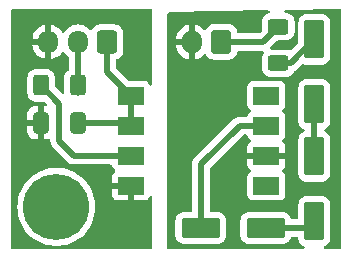
<source format=gbr>
%TF.GenerationSoftware,KiCad,Pcbnew,7.0.7-7.0.7~ubuntu22.04.1*%
%TF.CreationDate,2024-11-14T09:30:22+02:00*%
%TF.ProjectId,EncoderInterface,456e636f-6465-4724-996e-746572666163,rev?*%
%TF.SameCoordinates,PX7e46bbcPY55e586c*%
%TF.FileFunction,Copper,L2,Bot*%
%TF.FilePolarity,Positive*%
%FSLAX46Y46*%
G04 Gerber Fmt 4.6, Leading zero omitted, Abs format (unit mm)*
G04 Created by KiCad (PCBNEW 7.0.7-7.0.7~ubuntu22.04.1) date 2024-11-14 09:30:22*
%MOMM*%
%LPD*%
G01*
G04 APERTURE LIST*
G04 Aperture macros list*
%AMRoundRect*
0 Rectangle with rounded corners*
0 $1 Rounding radius*
0 $2 $3 $4 $5 $6 $7 $8 $9 X,Y pos of 4 corners*
0 Add a 4 corners polygon primitive as box body*
4,1,4,$2,$3,$4,$5,$6,$7,$8,$9,$2,$3,0*
0 Add four circle primitives for the rounded corners*
1,1,$1+$1,$2,$3*
1,1,$1+$1,$4,$5*
1,1,$1+$1,$6,$7*
1,1,$1+$1,$8,$9*
0 Add four rect primitives between the rounded corners*
20,1,$1+$1,$2,$3,$4,$5,0*
20,1,$1+$1,$4,$5,$6,$7,0*
20,1,$1+$1,$6,$7,$8,$9,0*
20,1,$1+$1,$8,$9,$2,$3,0*%
G04 Aperture macros list end*
%TA.AperFunction,SMDPad,CuDef*%
%ADD10R,2.219198X1.500000*%
%TD*%
%TA.AperFunction,ComponentPad*%
%ADD11RoundRect,0.250000X0.600000X0.725000X-0.600000X0.725000X-0.600000X-0.725000X0.600000X-0.725000X0*%
%TD*%
%TA.AperFunction,ComponentPad*%
%ADD12O,1.700000X1.950000*%
%TD*%
%TA.AperFunction,ComponentPad*%
%ADD13RoundRect,0.250000X0.600000X0.750000X-0.600000X0.750000X-0.600000X-0.750000X0.600000X-0.750000X0*%
%TD*%
%TA.AperFunction,ComponentPad*%
%ADD14O,1.700000X2.000000*%
%TD*%
%TA.AperFunction,ComponentPad*%
%ADD15C,5.600000*%
%TD*%
%TA.AperFunction,SMDPad,CuDef*%
%ADD16RoundRect,0.250000X0.600000X-1.400000X0.600000X1.400000X-0.600000X1.400000X-0.600000X-1.400000X0*%
%TD*%
%TA.AperFunction,SMDPad,CuDef*%
%ADD17RoundRect,0.250000X-0.625000X0.400000X-0.625000X-0.400000X0.625000X-0.400000X0.625000X0.400000X0*%
%TD*%
%TA.AperFunction,SMDPad,CuDef*%
%ADD18RoundRect,0.250000X-1.400000X-0.600000X1.400000X-0.600000X1.400000X0.600000X-1.400000X0.600000X0*%
%TD*%
%TA.AperFunction,SMDPad,CuDef*%
%ADD19RoundRect,0.250000X0.412500X0.650000X-0.412500X0.650000X-0.412500X-0.650000X0.412500X-0.650000X0*%
%TD*%
%TA.AperFunction,SMDPad,CuDef*%
%ADD20RoundRect,0.250000X-0.400000X-0.625000X0.400000X-0.625000X0.400000X0.625000X-0.400000X0.625000X0*%
%TD*%
%TA.AperFunction,Conductor*%
%ADD21C,0.500000*%
%TD*%
%TA.AperFunction,Conductor*%
%ADD22C,0.250000*%
%TD*%
G04 APERTURE END LIST*
D10*
%TO.P,U1,1,NC*%
%TO.N,unconnected-(U1-NC-Pad1)*%
X21600000Y12980000D03*
%TO.P,U1,2,+VF*%
%TO.N,Net-(D3-K)*%
X21600000Y10440000D03*
%TO.P,U1,3,-VF*%
%TO.N,PULSE_GND*%
X21600000Y7900000D03*
%TO.P,U1,4,NC*%
%TO.N,unconnected-(U1-NC-Pad4)*%
X21600000Y5360000D03*
%TO.P,U1,5,GND*%
%TO.N,GND*%
X10120800Y5360000D03*
%TO.P,U1,6,VO*%
%TO.N,Net-(U1-VO)*%
X10120800Y7900000D03*
%TO.P,U1,7,VE*%
%TO.N,5V*%
X10120800Y10440000D03*
%TO.P,U1,8,VCC*%
X10120800Y12980000D03*
%TD*%
D11*
%TO.P,J2,1,Pin_1*%
%TO.N,5V*%
X8128000Y17526000D03*
D12*
%TO.P,J2,2,Pin_2*%
%TO.N,{slash}SIGNAL_OPENDRAIN*%
X5628000Y17526000D03*
%TO.P,J2,3,Pin_3*%
%TO.N,GND*%
X3128000Y17526000D03*
%TD*%
D13*
%TO.P,J1,1,Pin_1*%
%TO.N,PULSE_IN*%
X17780000Y17526000D03*
D14*
%TO.P,J1,2,Pin_2*%
%TO.N,PULSE_GND*%
X15280000Y17526000D03*
%TD*%
D15*
%TO.P,REF\u002A\u002A,1*%
%TO.N,N/C*%
X3810000Y3556000D03*
%TD*%
D16*
%TO.P,D2,1,K*%
%TO.N,Net-(D2-K)*%
X25654000Y2330000D03*
%TO.P,D2,2,A*%
%TO.N,Net-(D1-K)*%
X25654000Y7830000D03*
%TD*%
D17*
%TO.P,R3,1*%
%TO.N,PULSE_IN*%
X22606000Y18822000D03*
%TO.P,R3,2*%
%TO.N,Net-(D1-A)*%
X22606000Y15722000D03*
%TD*%
D16*
%TO.P,D1,1,K*%
%TO.N,Net-(D1-K)*%
X25654000Y12236000D03*
%TO.P,D1,2,A*%
%TO.N,Net-(D1-A)*%
X25654000Y17736000D03*
%TD*%
D18*
%TO.P,D3,1,K*%
%TO.N,Net-(D3-K)*%
X16046000Y1778000D03*
%TO.P,D3,2,A*%
%TO.N,Net-(D2-K)*%
X21546000Y1778000D03*
%TD*%
D19*
%TO.P,C1,1*%
%TO.N,5V*%
X5626500Y10668000D03*
%TO.P,C1,2*%
%TO.N,GND*%
X2501500Y10668000D03*
%TD*%
D20*
%TO.P,R6,1*%
%TO.N,Net-(U1-VO)*%
X2514000Y13843000D03*
%TO.P,R6,2*%
%TO.N,{slash}SIGNAL_OPENDRAIN*%
X5614000Y13843000D03*
%TD*%
D21*
%TO.N,5V*%
X9892800Y10668000D02*
X5626500Y10668000D01*
X8128000Y17018000D02*
X8128000Y14972800D01*
X8128000Y14972800D02*
X10120800Y12980000D01*
X10120800Y10440000D02*
X9892800Y10668000D01*
X10120800Y12980000D02*
X10120800Y10440000D01*
%TO.N,GND*%
X10094800Y5334000D02*
X10120800Y5360000D01*
D22*
%TO.N,Net-(D1-K)*%
X25934000Y13444000D02*
X25908000Y13418000D01*
D21*
X25654000Y7830000D02*
X25654000Y12236000D01*
%TO.N,Net-(D1-A)*%
X22606000Y15722000D02*
X23640000Y15722000D01*
X23640000Y15722000D02*
X25654000Y17736000D01*
%TO.N,Net-(D2-K)*%
X21546000Y1778000D02*
X25102000Y1778000D01*
X25102000Y1778000D02*
X25654000Y2330000D01*
%TO.N,Net-(D3-K)*%
X16046000Y1778000D02*
X16046000Y7156000D01*
X19330000Y10440000D02*
X21600000Y10440000D01*
X16046000Y7156000D02*
X19330000Y10440000D01*
%TO.N,PULSE_IN*%
X22606000Y18822000D02*
X21310000Y17526000D01*
X21310000Y17526000D02*
X17780000Y17526000D01*
%TO.N,{slash}SIGNAL_OPENDRAIN*%
X5614000Y17004000D02*
X5628000Y17018000D01*
X5628000Y13222000D02*
X5614000Y13236000D01*
X5614000Y13236000D02*
X5614000Y17004000D01*
%TO.N,Net-(U1-VO)*%
X4064000Y9144000D02*
X4064000Y12293000D01*
X10120800Y7900000D02*
X5308000Y7900000D01*
X4064000Y12293000D02*
X2514000Y13843000D01*
X5308000Y7900000D02*
X4064000Y9144000D01*
%TD*%
%TA.AperFunction,Conductor*%
%TO.N,PULSE_GND*%
G36*
X27880376Y20296466D02*
G01*
X27927209Y20244616D01*
X27939500Y20190791D01*
X27939500Y124500D01*
X27919815Y57461D01*
X27867011Y11706D01*
X27815500Y500D01*
X26603344Y500D01*
X26536305Y20185D01*
X26490550Y72989D01*
X26480606Y142147D01*
X26509631Y205703D01*
X26564337Y242205D01*
X26573334Y245186D01*
X26722656Y337288D01*
X26846712Y461344D01*
X26938814Y610666D01*
X26993999Y777203D01*
X27004500Y879991D01*
X27004499Y3780008D01*
X26993999Y3882797D01*
X26938814Y4049334D01*
X26846712Y4198656D01*
X26722656Y4322712D01*
X26573334Y4414814D01*
X26406797Y4469999D01*
X26406795Y4470000D01*
X26304010Y4480500D01*
X25003998Y4480500D01*
X25003981Y4480499D01*
X24901203Y4470000D01*
X24901200Y4469999D01*
X24734668Y4414815D01*
X24734663Y4414813D01*
X24585342Y4322711D01*
X24461289Y4198658D01*
X24369187Y4049337D01*
X24369185Y4049334D01*
X24369186Y4049334D01*
X24314001Y3882797D01*
X24314001Y3882796D01*
X24314000Y3882796D01*
X24303500Y3780017D01*
X24303500Y2652500D01*
X24283815Y2585461D01*
X24231011Y2539706D01*
X24179500Y2528500D01*
X23776301Y2528500D01*
X23709262Y2548185D01*
X23663507Y2600989D01*
X23658595Y2613496D01*
X23630814Y2697334D01*
X23538712Y2846656D01*
X23414656Y2970712D01*
X23265334Y3062814D01*
X23098797Y3117999D01*
X23098795Y3118000D01*
X22996010Y3128500D01*
X20095998Y3128500D01*
X20095981Y3128499D01*
X19993203Y3118000D01*
X19993200Y3117999D01*
X19826668Y3062815D01*
X19826663Y3062813D01*
X19677342Y2970711D01*
X19553289Y2846658D01*
X19461187Y2697337D01*
X19461185Y2697334D01*
X19461186Y2697334D01*
X19406001Y2530797D01*
X19406001Y2530796D01*
X19406000Y2530796D01*
X19395500Y2428017D01*
X19395500Y1127999D01*
X19395501Y1127982D01*
X19406000Y1025204D01*
X19406001Y1025201D01*
X19461185Y858669D01*
X19461186Y858666D01*
X19553288Y709344D01*
X19677344Y585288D01*
X19826666Y493186D01*
X19993203Y438001D01*
X20095991Y427500D01*
X22996008Y427501D01*
X23098797Y438001D01*
X23265334Y493186D01*
X23414656Y585288D01*
X23538712Y709344D01*
X23630814Y858666D01*
X23658595Y942505D01*
X23698368Y999949D01*
X23762884Y1026772D01*
X23776301Y1027500D01*
X24179501Y1027500D01*
X24246540Y1007815D01*
X24292295Y955011D01*
X24303501Y903500D01*
X24303501Y879982D01*
X24314000Y777204D01*
X24314001Y777201D01*
X24369185Y610669D01*
X24369186Y610666D01*
X24461288Y461344D01*
X24585344Y337288D01*
X24734666Y245186D01*
X24743662Y242205D01*
X24801106Y202433D01*
X24827928Y137917D01*
X24815613Y69141D01*
X24768069Y17941D01*
X24704656Y500D01*
X13332000Y500D01*
X13264961Y20185D01*
X13219206Y72989D01*
X13208000Y124500D01*
X13208000Y1127999D01*
X13895500Y1127999D01*
X13895501Y1127982D01*
X13906000Y1025204D01*
X13906001Y1025201D01*
X13961185Y858669D01*
X13961186Y858666D01*
X14053288Y709344D01*
X14177344Y585288D01*
X14326666Y493186D01*
X14493203Y438001D01*
X14595991Y427500D01*
X17496008Y427501D01*
X17598797Y438001D01*
X17765334Y493186D01*
X17914656Y585288D01*
X18038712Y709344D01*
X18130814Y858666D01*
X18185999Y1025203D01*
X18196500Y1127991D01*
X18196499Y2428008D01*
X18185999Y2530797D01*
X18130814Y2697334D01*
X18038712Y2846656D01*
X17914656Y2970712D01*
X17765334Y3062814D01*
X17598797Y3117999D01*
X17598795Y3118000D01*
X17496016Y3128500D01*
X17496009Y3128500D01*
X16920500Y3128500D01*
X16853461Y3148185D01*
X16807706Y3200989D01*
X16796500Y3252500D01*
X16796500Y4562130D01*
X19989901Y4562130D01*
X19989902Y4562124D01*
X19996309Y4502517D01*
X20046603Y4367672D01*
X20046607Y4367665D01*
X20132853Y4252456D01*
X20132856Y4252453D01*
X20248065Y4166207D01*
X20248072Y4166203D01*
X20382918Y4115909D01*
X20382917Y4115909D01*
X20389845Y4115165D01*
X20442528Y4109500D01*
X22757471Y4109501D01*
X22817082Y4115909D01*
X22951930Y4166204D01*
X23067145Y4252454D01*
X23153395Y4367669D01*
X23203690Y4502517D01*
X23210099Y4562127D01*
X23210098Y6157872D01*
X23203690Y6217483D01*
X23153395Y6352331D01*
X23153394Y6352332D01*
X23153392Y6352336D01*
X23132683Y6379999D01*
X24303500Y6379999D01*
X24303501Y6379982D01*
X24314000Y6277204D01*
X24314001Y6277201D01*
X24333790Y6217484D01*
X24369186Y6110666D01*
X24461288Y5961344D01*
X24585344Y5837288D01*
X24734666Y5745186D01*
X24901203Y5690001D01*
X25003991Y5679500D01*
X26304008Y5679501D01*
X26406797Y5690001D01*
X26573334Y5745186D01*
X26722656Y5837288D01*
X26846712Y5961344D01*
X26938814Y6110666D01*
X26993999Y6277203D01*
X27004500Y6379991D01*
X27004499Y9280008D01*
X26993999Y9382797D01*
X26938814Y9549334D01*
X26846712Y9698656D01*
X26722656Y9822712D01*
X26573334Y9914814D01*
X26573333Y9914815D01*
X26573327Y9914817D01*
X26571871Y9915299D01*
X26571003Y9915900D01*
X26566791Y9917864D01*
X26567126Y9918585D01*
X26514431Y9955078D01*
X26487615Y10019597D01*
X26499937Y10088371D01*
X26547485Y10139566D01*
X26571887Y10150707D01*
X26573334Y10151186D01*
X26722656Y10243288D01*
X26846712Y10367344D01*
X26938814Y10516666D01*
X26993999Y10683203D01*
X27004500Y10785991D01*
X27004499Y13686008D01*
X26995114Y13777877D01*
X26993999Y13788797D01*
X26993998Y13788800D01*
X26977866Y13837483D01*
X26938814Y13955334D01*
X26846712Y14104656D01*
X26722656Y14228712D01*
X26573334Y14320814D01*
X26406797Y14375999D01*
X26406795Y14376000D01*
X26304010Y14386500D01*
X25003998Y14386500D01*
X25003981Y14386499D01*
X24901203Y14376000D01*
X24901200Y14375999D01*
X24734668Y14320815D01*
X24734663Y14320813D01*
X24585342Y14228711D01*
X24461289Y14104658D01*
X24369187Y13955337D01*
X24369185Y13955334D01*
X24369186Y13955334D01*
X24314001Y13788797D01*
X24314001Y13788796D01*
X24314000Y13788796D01*
X24303500Y13686017D01*
X24303500Y10785999D01*
X24303501Y10785982D01*
X24314000Y10683204D01*
X24314001Y10683201D01*
X24369185Y10516669D01*
X24369186Y10516666D01*
X24461288Y10367344D01*
X24585344Y10243288D01*
X24734666Y10151186D01*
X24736109Y10150708D01*
X24736967Y10150114D01*
X24741209Y10148136D01*
X24740871Y10147412D01*
X24793554Y10110942D01*
X24820382Y10046428D01*
X24808072Y9977651D01*
X24760533Y9926447D01*
X24736132Y9915301D01*
X24734679Y9914820D01*
X24734663Y9914813D01*
X24585342Y9822711D01*
X24461289Y9698658D01*
X24369187Y9549337D01*
X24369185Y9549334D01*
X24369186Y9549334D01*
X24314001Y9382797D01*
X24314001Y9382796D01*
X24314000Y9382796D01*
X24303500Y9280017D01*
X24303500Y6379999D01*
X23132683Y6379999D01*
X23067146Y6467545D01*
X22982319Y6531047D01*
X22940449Y6586981D01*
X22935465Y6656672D01*
X22968951Y6717995D01*
X22982321Y6729580D01*
X23066788Y6792812D01*
X23066789Y6792813D01*
X23152949Y6907907D01*
X23152953Y6907914D01*
X23203195Y7042621D01*
X23203197Y7042628D01*
X23209598Y7102156D01*
X23209599Y7102173D01*
X23209599Y7650000D01*
X19990401Y7650000D01*
X19990401Y7102156D01*
X19996802Y7042628D01*
X19996804Y7042621D01*
X20047046Y6907914D01*
X20047050Y6907907D01*
X20133209Y6792814D01*
X20217679Y6729580D01*
X20259550Y6673646D01*
X20264534Y6603954D01*
X20231049Y6542631D01*
X20217680Y6531047D01*
X20132853Y6467545D01*
X20046607Y6352336D01*
X20046603Y6352329D01*
X19996309Y6217483D01*
X19989902Y6157884D01*
X19989902Y6157877D01*
X19989901Y6157865D01*
X19989901Y4562130D01*
X16796500Y4562130D01*
X16796500Y6793771D01*
X16816185Y6860810D01*
X16832819Y6881452D01*
X19604548Y9653181D01*
X19665871Y9686666D01*
X19692229Y9689500D01*
X19873424Y9689500D01*
X19940463Y9669815D01*
X19986218Y9617011D01*
X19993667Y9589866D01*
X19994525Y9590068D01*
X19996308Y9582521D01*
X20046603Y9447672D01*
X20046607Y9447665D01*
X20132853Y9332456D01*
X20132856Y9332453D01*
X20217679Y9268954D01*
X20259550Y9213021D01*
X20264534Y9143329D01*
X20231048Y9082006D01*
X20217680Y9070422D01*
X20133210Y9007188D01*
X20047050Y8892094D01*
X20047046Y8892087D01*
X19996804Y8757380D01*
X19996802Y8757373D01*
X19990401Y8697845D01*
X19990401Y8150000D01*
X23209599Y8150000D01*
X23209599Y8697828D01*
X23209598Y8697845D01*
X23203197Y8757373D01*
X23203195Y8757380D01*
X23152953Y8892087D01*
X23152949Y8892094D01*
X23066789Y9007187D01*
X22982320Y9070421D01*
X22940449Y9126355D01*
X22935465Y9196047D01*
X22968950Y9257370D01*
X22982311Y9268948D01*
X23067145Y9332454D01*
X23153395Y9447669D01*
X23203690Y9582517D01*
X23210099Y9642127D01*
X23210098Y11237872D01*
X23203690Y11297483D01*
X23153395Y11432331D01*
X23153394Y11432332D01*
X23153392Y11432336D01*
X23067146Y11547545D01*
X22982736Y11610735D01*
X22940866Y11666669D01*
X22935882Y11736361D01*
X22969368Y11797683D01*
X22982728Y11809260D01*
X23067145Y11872454D01*
X23153395Y11987669D01*
X23203690Y12122517D01*
X23210099Y12182127D01*
X23210098Y13777872D01*
X23203690Y13837483D01*
X23159734Y13955334D01*
X23153396Y13972329D01*
X23153392Y13972336D01*
X23067146Y14087545D01*
X23067143Y14087548D01*
X22951934Y14173794D01*
X22951927Y14173798D01*
X22817081Y14224092D01*
X22817082Y14224092D01*
X22757482Y14230499D01*
X22757480Y14230500D01*
X22757472Y14230500D01*
X22757463Y14230500D01*
X20442530Y14230500D01*
X20442524Y14230499D01*
X20382917Y14224092D01*
X20248072Y14173798D01*
X20248065Y14173794D01*
X20132856Y14087548D01*
X20132853Y14087545D01*
X20046607Y13972336D01*
X20046603Y13972329D01*
X19996309Y13837483D01*
X19991075Y13788797D01*
X19989902Y13777877D01*
X19989901Y13777865D01*
X19989901Y12182130D01*
X19989902Y12182124D01*
X19996309Y12122517D01*
X20046603Y11987672D01*
X20046607Y11987665D01*
X20132853Y11872456D01*
X20132856Y11872453D01*
X20217262Y11809266D01*
X20259133Y11753332D01*
X20264117Y11683641D01*
X20230631Y11622318D01*
X20217262Y11610734D01*
X20132856Y11547548D01*
X20132853Y11547545D01*
X20046607Y11432336D01*
X20046603Y11432329D01*
X19996309Y11297483D01*
X19994527Y11289938D01*
X19992254Y11290475D01*
X19969972Y11236688D01*
X19912578Y11196843D01*
X19873425Y11190500D01*
X19393705Y11190500D01*
X19375735Y11191809D01*
X19351972Y11195290D01*
X19306890Y11191345D01*
X19299933Y11190736D01*
X19294532Y11190500D01*
X19286288Y11190500D01*
X19253707Y11186692D01*
X19177199Y11179999D01*
X19170133Y11178539D01*
X19170121Y11178596D01*
X19162754Y11176962D01*
X19162768Y11176906D01*
X19155751Y11175244D01*
X19083573Y11148974D01*
X19010662Y11124813D01*
X19004119Y11121762D01*
X19004094Y11121814D01*
X18997310Y11118530D01*
X18997336Y11118479D01*
X18990885Y11115239D01*
X18926723Y11073039D01*
X18861346Y11032715D01*
X18855682Y11028235D01*
X18855646Y11028281D01*
X18849798Y11023516D01*
X18849835Y11023472D01*
X18844310Y11018836D01*
X18791614Y10962983D01*
X15560358Y7731728D01*
X15546729Y7719949D01*
X15527468Y7705610D01*
X15493898Y7665603D01*
X15490253Y7661624D01*
X15484409Y7655778D01*
X15464059Y7630041D01*
X15414695Y7571211D01*
X15410729Y7565181D01*
X15410682Y7565212D01*
X15406630Y7558853D01*
X15406679Y7558823D01*
X15402889Y7552679D01*
X15370424Y7483059D01*
X15335960Y7414434D01*
X15333488Y7407643D01*
X15333432Y7407664D01*
X15330960Y7400550D01*
X15331015Y7400531D01*
X15328742Y7393673D01*
X15320974Y7356055D01*
X15313207Y7318435D01*
X15300001Y7262716D01*
X15295498Y7243714D01*
X15294661Y7236546D01*
X15294601Y7236553D01*
X15293835Y7229055D01*
X15293895Y7229049D01*
X15293265Y7221860D01*
X15295500Y7145084D01*
X15295500Y3252500D01*
X15275815Y3185461D01*
X15223011Y3139706D01*
X15171500Y3128500D01*
X14595998Y3128500D01*
X14595980Y3128499D01*
X14493203Y3118000D01*
X14493200Y3117999D01*
X14326668Y3062815D01*
X14326663Y3062813D01*
X14177342Y2970711D01*
X14053289Y2846658D01*
X13961187Y2697337D01*
X13961185Y2697334D01*
X13961186Y2697334D01*
X13906001Y2530797D01*
X13906001Y2530796D01*
X13906000Y2530796D01*
X13895500Y2428017D01*
X13895500Y1127999D01*
X13208000Y1127999D01*
X13208000Y19892286D01*
X13227685Y19959325D01*
X13280489Y20005080D01*
X13329444Y20016260D01*
X21744437Y20189693D01*
X21811867Y20171394D01*
X21858700Y20119544D01*
X21870066Y20050605D01*
X21842357Y19986465D01*
X21785996Y19948013D01*
X21661666Y19906814D01*
X21661663Y19906813D01*
X21512342Y19814711D01*
X21388289Y19690658D01*
X21296187Y19541337D01*
X21296185Y19541334D01*
X21296186Y19541334D01*
X21241001Y19374797D01*
X21241001Y19374796D01*
X21241000Y19374796D01*
X21230500Y19272017D01*
X21230500Y18559231D01*
X21210815Y18492192D01*
X21194185Y18471555D01*
X21035449Y18312818D01*
X20974128Y18279334D01*
X20947770Y18276500D01*
X19247535Y18276500D01*
X19180496Y18296185D01*
X19134741Y18348989D01*
X19124177Y18387898D01*
X19123663Y18392929D01*
X19119999Y18428797D01*
X19064814Y18595334D01*
X18972712Y18744656D01*
X18848656Y18868712D01*
X18699334Y18960814D01*
X18532797Y19015999D01*
X18532795Y19016000D01*
X18430010Y19026500D01*
X17129998Y19026500D01*
X17129981Y19026499D01*
X17027203Y19016000D01*
X17027200Y19015999D01*
X16860668Y18960815D01*
X16860663Y18960813D01*
X16711342Y18868711D01*
X16587288Y18744657D01*
X16587285Y18744653D01*
X16491550Y18589442D01*
X16439602Y18542717D01*
X16370640Y18531496D01*
X16306558Y18559339D01*
X16298331Y18566857D01*
X16151078Y18714109D01*
X15957578Y18849601D01*
X15743492Y18949430D01*
X15743486Y18949433D01*
X15530000Y19006636D01*
X15530000Y18138302D01*
X15510315Y18071263D01*
X15457511Y18025508D01*
X15388355Y18015564D01*
X15315766Y18026000D01*
X15315763Y18026000D01*
X15244237Y18026000D01*
X15244233Y18026000D01*
X15171645Y18015564D01*
X15102487Y18025508D01*
X15049684Y18071264D01*
X15030000Y18138302D01*
X15030000Y19006636D01*
X15029999Y19006636D01*
X14816513Y18949433D01*
X14816507Y18949430D01*
X14602422Y18849601D01*
X14602420Y18849600D01*
X14408926Y18714114D01*
X14408920Y18714109D01*
X14241891Y18547080D01*
X14241886Y18547074D01*
X14106400Y18353580D01*
X14106399Y18353578D01*
X14006570Y18139493D01*
X14006566Y18139484D01*
X13945432Y17911327D01*
X13945430Y17911316D01*
X13933592Y17776001D01*
X13933593Y17776000D01*
X14666653Y17776000D01*
X14733692Y17756315D01*
X14779447Y17703511D01*
X14789391Y17634353D01*
X14785631Y17617067D01*
X14780000Y17597889D01*
X14780000Y17454111D01*
X14783856Y17440978D01*
X14785631Y17434933D01*
X14785630Y17365064D01*
X14747855Y17306286D01*
X14684299Y17277262D01*
X14666653Y17276000D01*
X13933592Y17276000D01*
X13945430Y17140685D01*
X13945432Y17140674D01*
X14006566Y16912517D01*
X14006570Y16912508D01*
X14106399Y16698423D01*
X14106400Y16698421D01*
X14241886Y16504927D01*
X14241891Y16504921D01*
X14408917Y16337895D01*
X14602421Y16202400D01*
X14816507Y16102571D01*
X14816516Y16102567D01*
X15030000Y16045366D01*
X15030000Y16913699D01*
X15049685Y16980738D01*
X15102489Y17026493D01*
X15171647Y17036437D01*
X15244237Y17026000D01*
X15244238Y17026000D01*
X15315762Y17026000D01*
X15315763Y17026000D01*
X15388353Y17036437D01*
X15457512Y17026493D01*
X15510315Y16980738D01*
X15530000Y16913699D01*
X15530000Y16045367D01*
X15743483Y16102567D01*
X15743492Y16102571D01*
X15957577Y16202400D01*
X15957579Y16202401D01*
X16151073Y16337887D01*
X16151079Y16337892D01*
X16298331Y16485143D01*
X16359654Y16518628D01*
X16429346Y16513644D01*
X16485279Y16471772D01*
X16491551Y16462559D01*
X16495186Y16456666D01*
X16587288Y16307344D01*
X16711344Y16183288D01*
X16860666Y16091186D01*
X17027203Y16036001D01*
X17129991Y16025500D01*
X18430008Y16025501D01*
X18532797Y16036001D01*
X18699334Y16091186D01*
X18848656Y16183288D01*
X18972712Y16307344D01*
X19064814Y16456666D01*
X19119999Y16623203D01*
X19124177Y16664104D01*
X19150573Y16728793D01*
X19207753Y16768945D01*
X19247535Y16775500D01*
X21246295Y16775500D01*
X21264265Y16774191D01*
X21288023Y16770711D01*
X21288024Y16770712D01*
X21295167Y16769665D01*
X21294674Y16766303D01*
X21346672Y16749771D01*
X21391243Y16695964D01*
X21399648Y16626601D01*
X21382871Y16581875D01*
X21296189Y16441341D01*
X21296185Y16441334D01*
X21296186Y16441334D01*
X21241001Y16274797D01*
X21241001Y16274796D01*
X21241000Y16274796D01*
X21230500Y16172017D01*
X21230500Y15271999D01*
X21230501Y15271981D01*
X21241000Y15169204D01*
X21241001Y15169201D01*
X21283753Y15040187D01*
X21296186Y15002666D01*
X21388288Y14853344D01*
X21512344Y14729288D01*
X21661666Y14637186D01*
X21828203Y14582001D01*
X21930991Y14571500D01*
X23281008Y14571501D01*
X23383797Y14582001D01*
X23550334Y14637186D01*
X23699656Y14729288D01*
X23823712Y14853344D01*
X23908643Y14991041D01*
X23954087Y15031916D01*
X23953178Y15033389D01*
X23957942Y15036328D01*
X23960218Y15037431D01*
X23960591Y15037765D01*
X23961785Y15038330D01*
X23965886Y15040242D01*
X23965911Y15040187D01*
X23972690Y15043469D01*
X23972663Y15043522D01*
X23979106Y15046760D01*
X23979117Y15046763D01*
X24043283Y15088966D01*
X24108656Y15129288D01*
X24108662Y15129295D01*
X24114325Y15133771D01*
X24114362Y15133723D01*
X24120204Y15138482D01*
X24120164Y15138529D01*
X24125686Y15143164D01*
X24125696Y15143170D01*
X24150255Y15169201D01*
X24178386Y15199018D01*
X24390384Y15411018D01*
X24602385Y15623019D01*
X24663706Y15656502D01*
X24729068Y15653042D01*
X24734662Y15651189D01*
X24734666Y15651186D01*
X24901203Y15596001D01*
X25003991Y15585500D01*
X26304008Y15585501D01*
X26406797Y15596001D01*
X26573334Y15651186D01*
X26722656Y15743288D01*
X26846712Y15867344D01*
X26938814Y16016666D01*
X26993999Y16183203D01*
X27004500Y16285991D01*
X27004499Y19186008D01*
X26993999Y19288797D01*
X26938814Y19455334D01*
X26846712Y19604656D01*
X26722656Y19728712D01*
X26573334Y19820814D01*
X26406797Y19875999D01*
X26406795Y19876000D01*
X26304010Y19886500D01*
X25003998Y19886500D01*
X25003981Y19886499D01*
X24901203Y19876000D01*
X24901200Y19875999D01*
X24734668Y19820815D01*
X24734663Y19820813D01*
X24585342Y19728711D01*
X24461289Y19604658D01*
X24369187Y19455337D01*
X24369185Y19455334D01*
X24369186Y19455334D01*
X24314001Y19288797D01*
X24314001Y19288796D01*
X24314000Y19288796D01*
X24303500Y19186017D01*
X24303500Y17498231D01*
X24283815Y17431192D01*
X24267181Y17410550D01*
X23688868Y16832238D01*
X23627545Y16798753D01*
X23557853Y16803737D01*
X23551174Y16806536D01*
X23493441Y16825667D01*
X23383797Y16861999D01*
X23383795Y16862000D01*
X23281016Y16872500D01*
X22017228Y16872500D01*
X21950189Y16892185D01*
X21904434Y16944989D01*
X21894490Y17014147D01*
X21923515Y17077703D01*
X21929533Y17084167D01*
X22480549Y17635182D01*
X22541872Y17668667D01*
X22568230Y17671501D01*
X23281002Y17671501D01*
X23281008Y17671501D01*
X23383797Y17682001D01*
X23550334Y17737186D01*
X23699656Y17829288D01*
X23823712Y17953344D01*
X23915814Y18102666D01*
X23970999Y18269203D01*
X23981500Y18371991D01*
X23981499Y19272008D01*
X23970999Y19374797D01*
X23915814Y19541334D01*
X23823712Y19690656D01*
X23699656Y19814712D01*
X23583270Y19886499D01*
X23550336Y19906813D01*
X23550331Y19906815D01*
X23548862Y19907302D01*
X23383797Y19961999D01*
X23383795Y19962000D01*
X23281016Y19972500D01*
X23240497Y19972500D01*
X23173458Y19992185D01*
X23127703Y20044989D01*
X23117759Y20114147D01*
X23146784Y20177703D01*
X23205562Y20215477D01*
X23237940Y20220474D01*
X27812947Y20314765D01*
X27880376Y20296466D01*
G37*
%TD.AperFunction*%
%TD*%
%TA.AperFunction,Conductor*%
%TO.N,GND*%
G36*
X11881039Y20299815D02*
G01*
X11926794Y20247011D01*
X11938000Y20195500D01*
X11938000Y13952329D01*
X11918315Y13885290D01*
X11865511Y13839535D01*
X11796353Y13829591D01*
X11732797Y13858616D01*
X11697818Y13908996D01*
X11674196Y13972329D01*
X11674192Y13972336D01*
X11587946Y14087545D01*
X11587943Y14087548D01*
X11472734Y14173794D01*
X11472727Y14173798D01*
X11337881Y14224092D01*
X11337882Y14224092D01*
X11278282Y14230499D01*
X11278280Y14230500D01*
X11278272Y14230500D01*
X11278264Y14230500D01*
X9983029Y14230500D01*
X9915990Y14250185D01*
X9895348Y14266819D01*
X8914819Y15247349D01*
X8881334Y15308672D01*
X8878500Y15335030D01*
X8878500Y15970700D01*
X8898185Y16037739D01*
X8950989Y16083494D01*
X8963482Y16088401D01*
X9047334Y16116186D01*
X9196656Y16208288D01*
X9320712Y16332344D01*
X9412814Y16481666D01*
X9467999Y16648203D01*
X9478500Y16750991D01*
X9478499Y18301008D01*
X9477156Y18314151D01*
X9467999Y18403797D01*
X9467998Y18403800D01*
X9430104Y18518155D01*
X9412814Y18570334D01*
X9320712Y18719656D01*
X9196656Y18843712D01*
X9065786Y18924433D01*
X9047336Y18935813D01*
X9047331Y18935815D01*
X9045862Y18936302D01*
X8880797Y18990999D01*
X8880795Y18991000D01*
X8778010Y19001500D01*
X7477998Y19001500D01*
X7477981Y19001499D01*
X7375203Y18991000D01*
X7375200Y18990999D01*
X7208668Y18935815D01*
X7208663Y18935813D01*
X7059342Y18843711D01*
X6935289Y18719658D01*
X6839821Y18564879D01*
X6787873Y18518155D01*
X6718910Y18506932D01*
X6654828Y18534776D01*
X6646601Y18542295D01*
X6499402Y18689494D01*
X6499395Y18689499D01*
X6305834Y18825033D01*
X6305830Y18825035D01*
X6265777Y18843712D01*
X6091663Y18924903D01*
X6091659Y18924904D01*
X6091655Y18924906D01*
X5863413Y18986062D01*
X5863403Y18986064D01*
X5628001Y19006659D01*
X5627999Y19006659D01*
X5392596Y18986064D01*
X5392586Y18986062D01*
X5164344Y18924906D01*
X5164335Y18924902D01*
X4950171Y18825036D01*
X4950169Y18825035D01*
X4756597Y18689495D01*
X4589508Y18522406D01*
X4479269Y18364968D01*
X4424692Y18321344D01*
X4355193Y18314151D01*
X4292839Y18345673D01*
X4276119Y18364969D01*
X4166113Y18522074D01*
X4166108Y18522080D01*
X3999082Y18689106D01*
X3805578Y18824601D01*
X3591492Y18924430D01*
X3591486Y18924433D01*
X3378000Y18981636D01*
X3378000Y18113044D01*
X3358315Y18046005D01*
X3305511Y18000250D01*
X3236353Y17990306D01*
X3210064Y17994086D01*
X3161975Y18001000D01*
X3094025Y18001000D01*
X3019647Y17990306D01*
X2950488Y18000250D01*
X2897684Y18046005D01*
X2878000Y18113044D01*
X2878000Y18981636D01*
X2877999Y18981636D01*
X2664513Y18924433D01*
X2664507Y18924430D01*
X2450422Y18824601D01*
X2450420Y18824600D01*
X2256926Y18689114D01*
X2256920Y18689109D01*
X2089891Y18522080D01*
X2089886Y18522074D01*
X1954400Y18328580D01*
X1954399Y18328578D01*
X1854570Y18114493D01*
X1854566Y18114484D01*
X1793432Y17886327D01*
X1793430Y17886317D01*
X1783779Y17776000D01*
X2540708Y17776000D01*
X2607747Y17756315D01*
X2653502Y17703511D01*
X2663446Y17634353D01*
X2659686Y17617067D01*
X2653000Y17594295D01*
X2653000Y17457706D01*
X2659686Y17434933D01*
X2659684Y17365063D01*
X2621909Y17306286D01*
X2558353Y17277262D01*
X2540708Y17276000D01*
X1783779Y17276000D01*
X1793430Y17165684D01*
X1793432Y17165674D01*
X1854566Y16937517D01*
X1854570Y16937508D01*
X1954399Y16723423D01*
X1954400Y16723421D01*
X2089886Y16529927D01*
X2089891Y16529921D01*
X2256917Y16362895D01*
X2450421Y16227400D01*
X2664507Y16127571D01*
X2664516Y16127567D01*
X2878000Y16070366D01*
X2878000Y16938956D01*
X2897685Y17005995D01*
X2950489Y17051750D01*
X3019647Y17061694D01*
X3025066Y17060915D01*
X3094025Y17051000D01*
X3094026Y17051000D01*
X3161974Y17051000D01*
X3161975Y17051000D01*
X3231570Y17061007D01*
X3236353Y17061694D01*
X3305512Y17051750D01*
X3358316Y17005995D01*
X3378000Y16938956D01*
X3378000Y16070367D01*
X3591483Y16127567D01*
X3591492Y16127571D01*
X3805577Y16227400D01*
X3805579Y16227401D01*
X3999073Y16362887D01*
X3999079Y16362892D01*
X4166108Y16529921D01*
X4166113Y16529927D01*
X4276119Y16687033D01*
X4330695Y16730658D01*
X4400194Y16737852D01*
X4462549Y16706330D01*
X4479269Y16687033D01*
X4589506Y16529597D01*
X4756595Y16362508D01*
X4756598Y16362506D01*
X4756599Y16362505D01*
X4810623Y16324678D01*
X4854248Y16270103D01*
X4863500Y16223103D01*
X4863500Y15202799D01*
X4843815Y15135760D01*
X4804598Y15097261D01*
X4745344Y15060713D01*
X4621289Y14936658D01*
X4529187Y14787337D01*
X4529185Y14787334D01*
X4529186Y14787334D01*
X4474001Y14620797D01*
X4474001Y14620796D01*
X4474000Y14620796D01*
X4463500Y14518017D01*
X4463500Y13254230D01*
X4443815Y13187191D01*
X4391011Y13141436D01*
X4321853Y13131492D01*
X4258297Y13160517D01*
X4251819Y13166549D01*
X3700818Y13717550D01*
X3667333Y13778873D01*
X3664499Y13805231D01*
X3664499Y14518002D01*
X3664498Y14518019D01*
X3653999Y14620797D01*
X3653998Y14620800D01*
X3645341Y14646926D01*
X3598814Y14787334D01*
X3506712Y14936656D01*
X3382656Y15060712D01*
X3233334Y15152814D01*
X3066797Y15207999D01*
X3066795Y15208000D01*
X2964010Y15218500D01*
X2063998Y15218500D01*
X2063980Y15218499D01*
X1961203Y15208000D01*
X1961200Y15207999D01*
X1794668Y15152815D01*
X1794663Y15152813D01*
X1645342Y15060711D01*
X1521289Y14936658D01*
X1429187Y14787337D01*
X1429185Y14787334D01*
X1429186Y14787334D01*
X1374001Y14620797D01*
X1374001Y14620796D01*
X1374000Y14620796D01*
X1363500Y14518017D01*
X1363500Y13167999D01*
X1363501Y13167982D01*
X1374000Y13065204D01*
X1374001Y13065201D01*
X1429185Y12898669D01*
X1429186Y12898666D01*
X1521288Y12749344D01*
X1645344Y12625288D01*
X1794666Y12533186D01*
X1961203Y12478001D01*
X2063991Y12467500D01*
X2776769Y12467501D01*
X2843808Y12447817D01*
X2864450Y12431182D01*
X3015951Y12279681D01*
X3049436Y12218358D01*
X3044452Y12148666D01*
X3002580Y12092733D01*
X2937116Y12068316D01*
X2928270Y12068000D01*
X2751500Y12068000D01*
X2751500Y9268001D01*
X2963972Y9268001D01*
X2963986Y9268002D01*
X3066695Y9278494D01*
X3147547Y9305286D01*
X3217376Y9307688D01*
X3277418Y9271957D01*
X3308611Y9209436D01*
X3309244Y9169617D01*
X3308710Y9165976D01*
X3313264Y9113936D01*
X3313500Y9108530D01*
X3313500Y9100291D01*
X3317306Y9067726D01*
X3324000Y8991209D01*
X3325461Y8984133D01*
X3325403Y8984122D01*
X3327034Y8976763D01*
X3327092Y8976776D01*
X3328757Y8969750D01*
X3355025Y8897576D01*
X3379185Y8824669D01*
X3382236Y8818126D01*
X3382182Y8818102D01*
X3385470Y8811312D01*
X3385521Y8811337D01*
X3388761Y8804887D01*
X3388762Y8804886D01*
X3388763Y8804883D01*
X3419938Y8757483D01*
X3430965Y8740717D01*
X3471287Y8675345D01*
X3475766Y8669681D01*
X3475719Y8669644D01*
X3480482Y8663798D01*
X3480528Y8663836D01*
X3485173Y8658300D01*
X3541018Y8605614D01*
X4732267Y7414366D01*
X4744048Y7400734D01*
X4758390Y7381470D01*
X4798420Y7347881D01*
X4802392Y7344241D01*
X4808224Y7338409D01*
X4808227Y7338406D01*
X4833947Y7318069D01*
X4892788Y7268696D01*
X4898818Y7264730D01*
X4898785Y7264681D01*
X4905143Y7260631D01*
X4905175Y7260681D01*
X4911320Y7256891D01*
X4911323Y7256889D01*
X4980936Y7224428D01*
X5049567Y7189960D01*
X5049572Y7189959D01*
X5056361Y7187487D01*
X5056340Y7187430D01*
X5063455Y7184957D01*
X5063475Y7185014D01*
X5070330Y7182742D01*
X5145557Y7167210D01*
X5145558Y7167210D01*
X5220279Y7149500D01*
X5220289Y7149500D01*
X5227452Y7148662D01*
X5227444Y7148603D01*
X5234945Y7147836D01*
X5234951Y7147895D01*
X5242140Y7147266D01*
X5242144Y7147267D01*
X5242145Y7147266D01*
X5318918Y7149500D01*
X8394224Y7149500D01*
X8461263Y7129815D01*
X8507018Y7077011D01*
X8514467Y7049866D01*
X8515325Y7050068D01*
X8517108Y7042521D01*
X8567403Y6907672D01*
X8567407Y6907665D01*
X8653653Y6792456D01*
X8653656Y6792453D01*
X8738479Y6728954D01*
X8780350Y6673021D01*
X8785334Y6603329D01*
X8751848Y6542006D01*
X8738480Y6530422D01*
X8654010Y6467188D01*
X8567850Y6352094D01*
X8567846Y6352087D01*
X8517604Y6217380D01*
X8517602Y6217373D01*
X8511201Y6157845D01*
X8511201Y5610000D01*
X10246800Y5610000D01*
X10313839Y5590315D01*
X10359594Y5537511D01*
X10370800Y5486000D01*
X10370800Y4110000D01*
X11278227Y4110000D01*
X11278243Y4110001D01*
X11337771Y4116402D01*
X11337778Y4116404D01*
X11472485Y4166646D01*
X11472492Y4166650D01*
X11587586Y4252810D01*
X11587589Y4252813D01*
X11673749Y4367907D01*
X11673753Y4367914D01*
X11697818Y4432435D01*
X11739689Y4488369D01*
X11805153Y4512786D01*
X11873426Y4497935D01*
X11922832Y4448530D01*
X11938000Y4389102D01*
X11938000Y124500D01*
X11918315Y57461D01*
X11865511Y11706D01*
X11814000Y500D01*
X124500Y500D01*
X57461Y20185D01*
X11706Y72989D01*
X500Y124500D01*
X500Y3555998D01*
X504652Y3555998D01*
X524028Y3198632D01*
X524029Y3198615D01*
X581926Y2845461D01*
X581932Y2845435D01*
X677672Y2500608D01*
X677674Y2500601D01*
X810142Y2168130D01*
X810151Y2168112D01*
X977784Y1851923D01*
X977790Y1851914D01*
X1178634Y1555691D01*
X1178641Y1555681D01*
X1410331Y1282915D01*
X1410332Y1282914D01*
X1670163Y1036789D01*
X1955081Y820200D01*
X2261747Y635685D01*
X2261749Y635684D01*
X2261751Y635683D01*
X2261755Y635681D01*
X2586552Y485415D01*
X2586565Y485409D01*
X2925726Y371132D01*
X3275254Y294195D01*
X3631052Y255500D01*
X3631058Y255500D01*
X3988942Y255500D01*
X3988948Y255500D01*
X4344746Y294195D01*
X4694274Y371132D01*
X5033435Y485409D01*
X5358253Y635685D01*
X5664919Y820200D01*
X5949837Y1036789D01*
X6209668Y1282914D01*
X6441365Y1555689D01*
X6642211Y1851915D01*
X6809853Y2168120D01*
X6942324Y2500597D01*
X7038071Y2845448D01*
X7095972Y3198629D01*
X7115348Y3556000D01*
X7095972Y3913371D01*
X7063736Y4110000D01*
X7038073Y4266540D01*
X7038072Y4266541D01*
X7038071Y4266552D01*
X6942324Y4611403D01*
X6809853Y4943880D01*
X6721781Y5110000D01*
X8511201Y5110000D01*
X8511201Y4562156D01*
X8517602Y4502628D01*
X8517604Y4502621D01*
X8567846Y4367914D01*
X8567850Y4367907D01*
X8654010Y4252813D01*
X8654013Y4252810D01*
X8769107Y4166650D01*
X8769114Y4166646D01*
X8903821Y4116404D01*
X8903828Y4116402D01*
X8963356Y4110001D01*
X8963373Y4110000D01*
X9870800Y4110000D01*
X9870800Y5110000D01*
X8511201Y5110000D01*
X6721781Y5110000D01*
X6642211Y5260085D01*
X6441365Y5556311D01*
X6441361Y5556316D01*
X6441358Y5556320D01*
X6209668Y5829086D01*
X6209668Y5829087D01*
X5949837Y6075211D01*
X5949830Y6075217D01*
X5949827Y6075219D01*
X5882245Y6126593D01*
X5664919Y6291800D01*
X5358253Y6476315D01*
X5358252Y6476316D01*
X5358248Y6476318D01*
X5358244Y6476320D01*
X5033447Y6626586D01*
X5033441Y6626589D01*
X5033435Y6626591D01*
X4863854Y6683730D01*
X4694273Y6740869D01*
X4344744Y6817806D01*
X3988949Y6856500D01*
X3988948Y6856500D01*
X3631052Y6856500D01*
X3631050Y6856500D01*
X3275255Y6817806D01*
X2925726Y6740869D01*
X2673987Y6656047D01*
X2586565Y6626591D01*
X2586562Y6626590D01*
X2586563Y6626590D01*
X2586552Y6626586D01*
X2261755Y6476320D01*
X2261751Y6476318D01*
X2055290Y6352094D01*
X1955081Y6291800D01*
X1918327Y6263860D01*
X1670172Y6075219D01*
X1670163Y6075211D01*
X1410331Y5829086D01*
X1178641Y5556320D01*
X1178634Y5556310D01*
X977790Y5260087D01*
X977784Y5260078D01*
X810151Y4943889D01*
X810142Y4943871D01*
X677674Y4611400D01*
X677672Y4611393D01*
X581932Y4266566D01*
X581926Y4266540D01*
X524029Y3913386D01*
X524028Y3913369D01*
X504652Y3556003D01*
X504652Y3555998D01*
X500Y3555998D01*
X500Y10418000D01*
X1339001Y10418000D01*
X1339001Y9968014D01*
X1349494Y9865303D01*
X1404641Y9698881D01*
X1404643Y9698876D01*
X1496684Y9549655D01*
X1620654Y9425685D01*
X1769875Y9333644D01*
X1769880Y9333642D01*
X1936302Y9278495D01*
X1936309Y9278494D01*
X2039019Y9268001D01*
X2251499Y9268001D01*
X2251500Y9268002D01*
X2251500Y10418000D01*
X1339001Y10418000D01*
X500Y10418000D01*
X500Y10918001D01*
X1338999Y10918001D01*
X1339000Y10918000D01*
X2251500Y10918000D01*
X2251500Y12068000D01*
X2039029Y12068000D01*
X2039012Y12067999D01*
X1936302Y12057506D01*
X1769880Y12002359D01*
X1769875Y12002357D01*
X1620654Y11910316D01*
X1496684Y11786346D01*
X1404643Y11637125D01*
X1404641Y11637120D01*
X1349494Y11470698D01*
X1349493Y11470691D01*
X1339000Y11367987D01*
X1339000Y11367974D01*
X1338999Y10918001D01*
X500Y10918001D01*
X500Y20195500D01*
X20185Y20262539D01*
X72989Y20308294D01*
X124500Y20319500D01*
X11814000Y20319500D01*
X11881039Y20299815D01*
G37*
%TD.AperFunction*%
%TD*%
M02*

</source>
